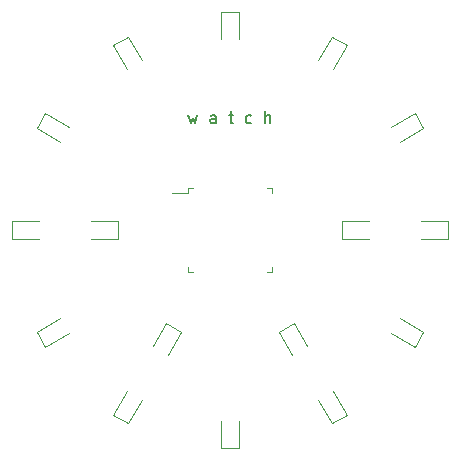
<source format=gbr>
G04 #@! TF.GenerationSoftware,KiCad,Pcbnew,5.1.4*
G04 #@! TF.CreationDate,2019-11-28T00:41:57+01:00*
G04 #@! TF.ProjectId,SICKWATCH1,5349434b-5741-4544-9348-312e6b696361,rev?*
G04 #@! TF.SameCoordinates,Original*
G04 #@! TF.FileFunction,Legend,Top*
G04 #@! TF.FilePolarity,Positive*
%FSLAX46Y46*%
G04 Gerber Fmt 4.6, Leading zero omitted, Abs format (unit mm)*
G04 Created by KiCad (PCBNEW 5.1.4) date 2019-11-28 00:41:57*
%MOMM*%
%LPD*%
G04 APERTURE LIST*
%ADD10C,0.150000*%
%ADD11C,0.120000*%
G04 APERTURE END LIST*
D10*
X96476190Y-90285714D02*
X96666666Y-90952380D01*
X96857142Y-90476190D01*
X97047619Y-90952380D01*
X97238095Y-90285714D01*
X98809523Y-90952380D02*
X98809523Y-90428571D01*
X98761904Y-90333333D01*
X98666666Y-90285714D01*
X98476190Y-90285714D01*
X98380952Y-90333333D01*
X98809523Y-90904761D02*
X98714285Y-90952380D01*
X98476190Y-90952380D01*
X98380952Y-90904761D01*
X98333333Y-90809523D01*
X98333333Y-90714285D01*
X98380952Y-90619047D01*
X98476190Y-90571428D01*
X98714285Y-90571428D01*
X98809523Y-90523809D01*
X99904761Y-90285714D02*
X100285714Y-90285714D01*
X100047619Y-89952380D02*
X100047619Y-90809523D01*
X100095238Y-90904761D01*
X100190476Y-90952380D01*
X100285714Y-90952380D01*
X101809523Y-90904761D02*
X101714285Y-90952380D01*
X101523809Y-90952380D01*
X101428571Y-90904761D01*
X101380952Y-90857142D01*
X101333333Y-90761904D01*
X101333333Y-90476190D01*
X101380952Y-90380952D01*
X101428571Y-90333333D01*
X101523809Y-90285714D01*
X101714285Y-90285714D01*
X101809523Y-90333333D01*
X103000000Y-90952380D02*
X103000000Y-89952380D01*
X103428571Y-90952380D02*
X103428571Y-90428571D01*
X103380952Y-90333333D01*
X103285714Y-90285714D01*
X103142857Y-90285714D01*
X103047619Y-90333333D01*
X103000000Y-90380952D01*
D11*
X99265000Y-116200000D02*
X99265000Y-118485000D01*
X99265000Y-118485000D02*
X100735000Y-118485000D01*
X100735000Y-118485000D02*
X100735000Y-116200000D01*
X109879029Y-115638548D02*
X108736529Y-113659680D01*
X108605971Y-116373548D02*
X109879029Y-115638548D01*
X107463471Y-114394680D02*
X108605971Y-116373548D01*
X113659680Y-108736529D02*
X115638548Y-109879029D01*
X115638548Y-109879029D02*
X116373548Y-108605971D01*
X116373548Y-108605971D02*
X114394680Y-107463471D01*
X118485000Y-99265000D02*
X116200000Y-99265000D01*
X118485000Y-100735000D02*
X118485000Y-99265000D01*
X116200000Y-100735000D02*
X118485000Y-100735000D01*
X114394680Y-92536529D02*
X116373548Y-91394029D01*
X116373548Y-91394029D02*
X115638548Y-90120971D01*
X115638548Y-90120971D02*
X113659680Y-91263471D01*
X108605971Y-83626452D02*
X107463471Y-85605320D01*
X109879029Y-84361452D02*
X108605971Y-83626452D01*
X108736529Y-86340320D02*
X109879029Y-84361452D01*
X100735000Y-83800000D02*
X100735000Y-81515000D01*
X100735000Y-81515000D02*
X99265000Y-81515000D01*
X99265000Y-81515000D02*
X99265000Y-83800000D01*
X84361452Y-109879029D02*
X86340320Y-108736529D01*
X83626452Y-108605971D02*
X84361452Y-109879029D01*
X85605320Y-107463471D02*
X83626452Y-108605971D01*
X94605971Y-107876452D02*
X93463471Y-109855320D01*
X95879029Y-108611452D02*
X94605971Y-107876452D01*
X94736529Y-110590320D02*
X95879029Y-108611452D01*
X88200000Y-100735000D02*
X90485000Y-100735000D01*
X90485000Y-100735000D02*
X90485000Y-99265000D01*
X90485000Y-99265000D02*
X88200000Y-99265000D01*
X104120971Y-108611452D02*
X105263471Y-110590320D01*
X105394029Y-107876452D02*
X104120971Y-108611452D01*
X106536529Y-109855320D02*
X105394029Y-107876452D01*
X111800000Y-99265000D02*
X109515000Y-99265000D01*
X109515000Y-99265000D02*
X109515000Y-100735000D01*
X109515000Y-100735000D02*
X111800000Y-100735000D01*
X90120971Y-84361452D02*
X91263471Y-86340320D01*
X91394029Y-83626452D02*
X90120971Y-84361452D01*
X92536529Y-85605320D02*
X91394029Y-83626452D01*
X86340320Y-91263471D02*
X84361452Y-90120971D01*
X84361452Y-90120971D02*
X83626452Y-91394029D01*
X83626452Y-91394029D02*
X85605320Y-92536529D01*
X81515000Y-100735000D02*
X83800000Y-100735000D01*
X81515000Y-99265000D02*
X81515000Y-100735000D01*
X83800000Y-99265000D02*
X81515000Y-99265000D01*
X91263471Y-113659680D02*
X90120971Y-115638548D01*
X90120971Y-115638548D02*
X91394029Y-116373548D01*
X91394029Y-116373548D02*
X92536529Y-114394680D01*
X103560000Y-96440000D02*
X103560000Y-96860000D01*
X103560000Y-103560000D02*
X103560000Y-103140000D01*
X96440000Y-103560000D02*
X96440000Y-103140000D01*
X96440000Y-96440000D02*
X96860000Y-96440000D01*
X103560000Y-103560000D02*
X103140000Y-103560000D01*
X103560000Y-96440000D02*
X103140000Y-96440000D01*
X96440000Y-96860000D02*
X95060000Y-96860000D01*
X96440000Y-96440000D02*
X96440000Y-96860000D01*
X96440000Y-103560000D02*
X96860000Y-103560000D01*
M02*

</source>
